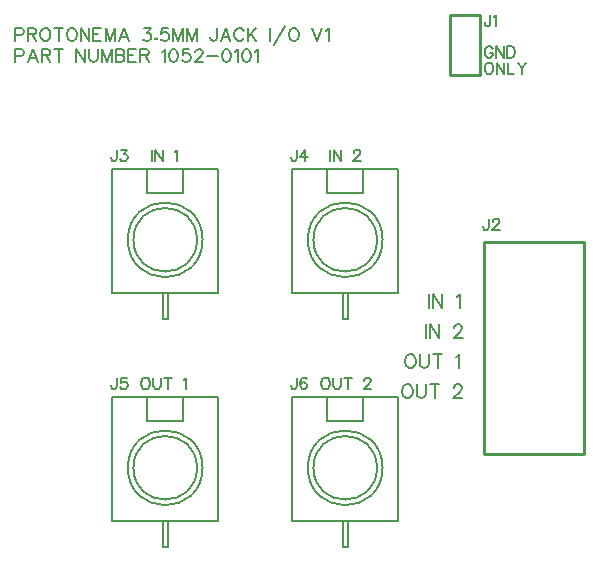
<source format=gto>
G04 Layer: TopSilkscreenLayer*
G04 EasyEDA v6.5.22, 2022-12-26 15:03:30*
G04 6014dfcd9050419b8b112a504ac27813,5a6b42c53f6a479593ecc07194224c93,10*
G04 Gerber Generator version 0.2*
G04 Scale: 100 percent, Rotated: No, Reflected: No *
G04 Dimensions in millimeters *
G04 leading zeros omitted , absolute positions ,4 integer and 5 decimal *
%FSLAX45Y45*%
%MOMM*%

%ADD10C,0.1524*%
%ADD11C,0.1270*%
%ADD12C,0.2540*%

%LPD*%
D10*
X762000Y5423915D02*
G01*
X762000Y5314950D01*
X762000Y5423915D02*
G01*
X808736Y5423915D01*
X824229Y5418836D01*
X829563Y5413502D01*
X834644Y5403087D01*
X834644Y5387594D01*
X829563Y5377179D01*
X824229Y5372100D01*
X808736Y5366765D01*
X762000Y5366765D01*
X910589Y5423915D02*
G01*
X868934Y5314950D01*
X910589Y5423915D02*
G01*
X952245Y5314950D01*
X884681Y5351271D02*
G01*
X936497Y5351271D01*
X986536Y5423915D02*
G01*
X986536Y5314950D01*
X986536Y5423915D02*
G01*
X1033271Y5423915D01*
X1048765Y5418836D01*
X1054100Y5413502D01*
X1059179Y5403087D01*
X1059179Y5392673D01*
X1054100Y5382260D01*
X1048765Y5377179D01*
X1033271Y5372100D01*
X986536Y5372100D01*
X1022857Y5372100D02*
G01*
X1059179Y5314950D01*
X1129792Y5423915D02*
G01*
X1129792Y5314950D01*
X1093470Y5423915D02*
G01*
X1166113Y5423915D01*
X1280413Y5423915D02*
G01*
X1280413Y5314950D01*
X1280413Y5423915D02*
G01*
X1353312Y5314950D01*
X1353312Y5423915D02*
G01*
X1353312Y5314950D01*
X1387602Y5423915D02*
G01*
X1387602Y5345937D01*
X1392681Y5330444D01*
X1403095Y5320029D01*
X1418589Y5314950D01*
X1429004Y5314950D01*
X1444752Y5320029D01*
X1455165Y5330444D01*
X1460245Y5345937D01*
X1460245Y5423915D01*
X1494536Y5423915D02*
G01*
X1494536Y5314950D01*
X1494536Y5423915D02*
G01*
X1536192Y5314950D01*
X1577594Y5423915D02*
G01*
X1536192Y5314950D01*
X1577594Y5423915D02*
G01*
X1577594Y5314950D01*
X1611884Y5423915D02*
G01*
X1611884Y5314950D01*
X1611884Y5423915D02*
G01*
X1658620Y5423915D01*
X1674368Y5418836D01*
X1679447Y5413502D01*
X1684781Y5403087D01*
X1684781Y5392673D01*
X1679447Y5382260D01*
X1674368Y5377179D01*
X1658620Y5372100D01*
X1611884Y5372100D02*
G01*
X1658620Y5372100D01*
X1674368Y5366765D01*
X1679447Y5361686D01*
X1684781Y5351271D01*
X1684781Y5335523D01*
X1679447Y5325110D01*
X1674368Y5320029D01*
X1658620Y5314950D01*
X1611884Y5314950D01*
X1719071Y5423915D02*
G01*
X1719071Y5314950D01*
X1719071Y5423915D02*
G01*
X1786636Y5423915D01*
X1719071Y5372100D02*
G01*
X1760473Y5372100D01*
X1719071Y5314950D02*
G01*
X1786636Y5314950D01*
X1820926Y5423915D02*
G01*
X1820926Y5314950D01*
X1820926Y5423915D02*
G01*
X1867662Y5423915D01*
X1883155Y5418836D01*
X1888489Y5413502D01*
X1893570Y5403087D01*
X1893570Y5392673D01*
X1888489Y5382260D01*
X1883155Y5377179D01*
X1867662Y5372100D01*
X1820926Y5372100D01*
X1857247Y5372100D02*
G01*
X1893570Y5314950D01*
X2007870Y5403087D02*
G01*
X2018284Y5408421D01*
X2033777Y5423915D01*
X2033777Y5314950D01*
X2099309Y5423915D02*
G01*
X2083815Y5418836D01*
X2073402Y5403087D01*
X2068068Y5377179D01*
X2068068Y5361686D01*
X2073402Y5335523D01*
X2083815Y5320029D01*
X2099309Y5314950D01*
X2109724Y5314950D01*
X2125218Y5320029D01*
X2135631Y5335523D01*
X2140965Y5361686D01*
X2140965Y5377179D01*
X2135631Y5403087D01*
X2125218Y5418836D01*
X2109724Y5423915D01*
X2099309Y5423915D01*
X2237486Y5423915D02*
G01*
X2185670Y5423915D01*
X2180336Y5377179D01*
X2185670Y5382260D01*
X2201163Y5387594D01*
X2216658Y5387594D01*
X2232406Y5382260D01*
X2242820Y5372100D01*
X2247900Y5356352D01*
X2247900Y5345937D01*
X2242820Y5330444D01*
X2232406Y5320029D01*
X2216658Y5314950D01*
X2201163Y5314950D01*
X2185670Y5320029D01*
X2180336Y5325110D01*
X2175256Y5335523D01*
X2287270Y5398007D02*
G01*
X2287270Y5403087D01*
X2292604Y5413502D01*
X2297684Y5418836D01*
X2308097Y5423915D01*
X2328925Y5423915D01*
X2339340Y5418836D01*
X2344420Y5413502D01*
X2349754Y5403087D01*
X2349754Y5392673D01*
X2344420Y5382260D01*
X2334259Y5366765D01*
X2282190Y5314950D01*
X2354834Y5314950D01*
X2389124Y5361686D02*
G01*
X2482850Y5361686D01*
X2548127Y5423915D02*
G01*
X2532634Y5418836D01*
X2522220Y5403087D01*
X2517140Y5377179D01*
X2517140Y5361686D01*
X2522220Y5335523D01*
X2532634Y5320029D01*
X2548127Y5314950D01*
X2558541Y5314950D01*
X2574290Y5320029D01*
X2584450Y5335523D01*
X2589784Y5361686D01*
X2589784Y5377179D01*
X2584450Y5403087D01*
X2574290Y5418836D01*
X2558541Y5423915D01*
X2548127Y5423915D01*
X2624074Y5403087D02*
G01*
X2634488Y5408421D01*
X2649981Y5423915D01*
X2649981Y5314950D01*
X2715513Y5423915D02*
G01*
X2700020Y5418836D01*
X2689606Y5403087D01*
X2684272Y5377179D01*
X2684272Y5361686D01*
X2689606Y5335523D01*
X2700020Y5320029D01*
X2715513Y5314950D01*
X2725927Y5314950D01*
X2741422Y5320029D01*
X2751836Y5335523D01*
X2757170Y5361686D01*
X2757170Y5377179D01*
X2751836Y5403087D01*
X2741422Y5418836D01*
X2725927Y5423915D01*
X2715513Y5423915D01*
X2791459Y5403087D02*
G01*
X2801620Y5408421D01*
X2817368Y5423915D01*
X2817368Y5314950D01*
X762000Y5601715D02*
G01*
X762000Y5492750D01*
X762000Y5601715D02*
G01*
X808736Y5601715D01*
X824229Y5596636D01*
X829563Y5591302D01*
X834644Y5580887D01*
X834644Y5565394D01*
X829563Y5554979D01*
X824229Y5549900D01*
X808736Y5544565D01*
X762000Y5544565D01*
X868934Y5601715D02*
G01*
X868934Y5492750D01*
X868934Y5601715D02*
G01*
X915670Y5601715D01*
X931418Y5596636D01*
X936497Y5591302D01*
X941831Y5580887D01*
X941831Y5570473D01*
X936497Y5560060D01*
X931418Y5554979D01*
X915670Y5549900D01*
X868934Y5549900D01*
X905510Y5549900D02*
G01*
X941831Y5492750D01*
X1007110Y5601715D02*
G01*
X996950Y5596636D01*
X986536Y5586221D01*
X981202Y5575807D01*
X976121Y5560060D01*
X976121Y5534152D01*
X981202Y5518657D01*
X986536Y5508244D01*
X996950Y5497829D01*
X1007110Y5492750D01*
X1027937Y5492750D01*
X1038352Y5497829D01*
X1048765Y5508244D01*
X1054100Y5518657D01*
X1059179Y5534152D01*
X1059179Y5560060D01*
X1054100Y5575807D01*
X1048765Y5586221D01*
X1038352Y5596636D01*
X1027937Y5601715D01*
X1007110Y5601715D01*
X1129792Y5601715D02*
G01*
X1129792Y5492750D01*
X1093470Y5601715D02*
G01*
X1166113Y5601715D01*
X1231645Y5601715D02*
G01*
X1221231Y5596636D01*
X1210818Y5586221D01*
X1205737Y5575807D01*
X1200404Y5560060D01*
X1200404Y5534152D01*
X1205737Y5518657D01*
X1210818Y5508244D01*
X1221231Y5497829D01*
X1231645Y5492750D01*
X1252473Y5492750D01*
X1262887Y5497829D01*
X1273302Y5508244D01*
X1278381Y5518657D01*
X1283715Y5534152D01*
X1283715Y5560060D01*
X1278381Y5575807D01*
X1273302Y5586221D01*
X1262887Y5596636D01*
X1252473Y5601715D01*
X1231645Y5601715D01*
X1318005Y5601715D02*
G01*
X1318005Y5492750D01*
X1318005Y5601715D02*
G01*
X1390650Y5492750D01*
X1390650Y5601715D02*
G01*
X1390650Y5492750D01*
X1424939Y5601715D02*
G01*
X1424939Y5492750D01*
X1424939Y5601715D02*
G01*
X1492504Y5601715D01*
X1424939Y5549900D02*
G01*
X1466595Y5549900D01*
X1424939Y5492750D02*
G01*
X1492504Y5492750D01*
X1526794Y5601715D02*
G01*
X1526794Y5492750D01*
X1526794Y5601715D02*
G01*
X1568450Y5492750D01*
X1609852Y5601715D02*
G01*
X1568450Y5492750D01*
X1609852Y5601715D02*
G01*
X1609852Y5492750D01*
X1685797Y5601715D02*
G01*
X1644142Y5492750D01*
X1685797Y5601715D02*
G01*
X1727200Y5492750D01*
X1659889Y5529071D02*
G01*
X1711705Y5529071D01*
X1851913Y5601715D02*
G01*
X1909063Y5601715D01*
X1878076Y5560060D01*
X1893570Y5560060D01*
X1903984Y5554979D01*
X1909063Y5549900D01*
X1914397Y5534152D01*
X1914397Y5523737D01*
X1909063Y5508244D01*
X1898650Y5497829D01*
X1883155Y5492750D01*
X1867662Y5492750D01*
X1851913Y5497829D01*
X1846834Y5502910D01*
X1841500Y5513323D01*
X1953768Y5518657D02*
G01*
X1948688Y5513323D01*
X1953768Y5508244D01*
X1959102Y5513323D01*
X1953768Y5518657D01*
X2055622Y5601715D02*
G01*
X2003806Y5601715D01*
X1998472Y5554979D01*
X2003806Y5560060D01*
X2019300Y5565394D01*
X2034793Y5565394D01*
X2050541Y5560060D01*
X2060956Y5549900D01*
X2066036Y5534152D01*
X2066036Y5523737D01*
X2060956Y5508244D01*
X2050541Y5497829D01*
X2034793Y5492750D01*
X2019300Y5492750D01*
X2003806Y5497829D01*
X1998472Y5502910D01*
X1993391Y5513323D01*
X2100325Y5601715D02*
G01*
X2100325Y5492750D01*
X2100325Y5601715D02*
G01*
X2141981Y5492750D01*
X2183384Y5601715D02*
G01*
X2141981Y5492750D01*
X2183384Y5601715D02*
G01*
X2183384Y5492750D01*
X2217674Y5601715D02*
G01*
X2217674Y5492750D01*
X2217674Y5601715D02*
G01*
X2259329Y5492750D01*
X2300986Y5601715D02*
G01*
X2259329Y5492750D01*
X2300986Y5601715D02*
G01*
X2300986Y5492750D01*
X2467102Y5601715D02*
G01*
X2467102Y5518657D01*
X2462022Y5502910D01*
X2456688Y5497829D01*
X2446274Y5492750D01*
X2435859Y5492750D01*
X2425700Y5497829D01*
X2420365Y5502910D01*
X2415286Y5518657D01*
X2415286Y5529071D01*
X2543047Y5601715D02*
G01*
X2501391Y5492750D01*
X2543047Y5601715D02*
G01*
X2584450Y5492750D01*
X2517140Y5529071D02*
G01*
X2568956Y5529071D01*
X2696718Y5575807D02*
G01*
X2691638Y5586221D01*
X2681224Y5596636D01*
X2670809Y5601715D01*
X2649981Y5601715D01*
X2639568Y5596636D01*
X2629154Y5586221D01*
X2624074Y5575807D01*
X2618740Y5560060D01*
X2618740Y5534152D01*
X2624074Y5518657D01*
X2629154Y5508244D01*
X2639568Y5497829D01*
X2649981Y5492750D01*
X2670809Y5492750D01*
X2681224Y5497829D01*
X2691638Y5508244D01*
X2696718Y5518657D01*
X2731008Y5601715D02*
G01*
X2731008Y5492750D01*
X2803906Y5601715D02*
G01*
X2731008Y5529071D01*
X2757170Y5554979D02*
G01*
X2803906Y5492750D01*
X2918206Y5601715D02*
G01*
X2918206Y5492750D01*
X3045968Y5622544D02*
G01*
X2952495Y5456173D01*
X3111500Y5601715D02*
G01*
X3101086Y5596636D01*
X3090672Y5586221D01*
X3085338Y5575807D01*
X3080258Y5560060D01*
X3080258Y5534152D01*
X3085338Y5518657D01*
X3090672Y5508244D01*
X3101086Y5497829D01*
X3111500Y5492750D01*
X3132074Y5492750D01*
X3142488Y5497829D01*
X3152902Y5508244D01*
X3158236Y5518657D01*
X3163315Y5534152D01*
X3163315Y5560060D01*
X3158236Y5575807D01*
X3152902Y5586221D01*
X3142488Y5596636D01*
X3132074Y5601715D01*
X3111500Y5601715D01*
X3277615Y5601715D02*
G01*
X3319272Y5492750D01*
X3360674Y5601715D02*
G01*
X3319272Y5492750D01*
X3394963Y5580887D02*
G01*
X3405377Y5586221D01*
X3421125Y5601715D01*
X3421125Y5492750D01*
X4096758Y2838952D02*
G01*
X4085836Y2833364D01*
X4074914Y2822442D01*
X4069326Y2811520D01*
X4063992Y2795264D01*
X4063992Y2768086D01*
X4069326Y2751576D01*
X4074914Y2740654D01*
X4085836Y2729732D01*
X4096758Y2724398D01*
X4118602Y2724398D01*
X4129524Y2729732D01*
X4140446Y2740654D01*
X4145780Y2751576D01*
X4151368Y2768086D01*
X4151368Y2795264D01*
X4145780Y2811520D01*
X4140446Y2822442D01*
X4129524Y2833364D01*
X4118602Y2838952D01*
X4096758Y2838952D01*
X4187182Y2838952D02*
G01*
X4187182Y2757164D01*
X4192770Y2740654D01*
X4203692Y2729732D01*
X4219948Y2724398D01*
X4230870Y2724398D01*
X4247380Y2729732D01*
X4258048Y2740654D01*
X4263636Y2757164D01*
X4263636Y2838952D01*
X4337804Y2838952D02*
G01*
X4337804Y2724398D01*
X4299704Y2838952D02*
G01*
X4375904Y2838952D01*
X4496046Y2817108D02*
G01*
X4506968Y2822442D01*
X4523224Y2838952D01*
X4523224Y2724398D01*
X4241792Y3092952D02*
G01*
X4241792Y2978398D01*
X4277860Y3092952D02*
G01*
X4277860Y2978398D01*
X4277860Y3092952D02*
G01*
X4354060Y2978398D01*
X4354060Y3092952D02*
G01*
X4354060Y2978398D01*
X4479536Y3065520D02*
G01*
X4479536Y3071108D01*
X4485124Y3082030D01*
X4490458Y3087364D01*
X4501380Y3092952D01*
X4523224Y3092952D01*
X4534146Y3087364D01*
X4539734Y3082030D01*
X4545068Y3071108D01*
X4545068Y3060186D01*
X4539734Y3049264D01*
X4528812Y3033008D01*
X4474202Y2978398D01*
X4550402Y2978398D01*
X4071358Y2584952D02*
G01*
X4060436Y2579364D01*
X4049514Y2568442D01*
X4043926Y2557520D01*
X4038592Y2541264D01*
X4038592Y2514086D01*
X4043926Y2497576D01*
X4049514Y2486654D01*
X4060436Y2475732D01*
X4071358Y2470398D01*
X4093202Y2470398D01*
X4104124Y2475732D01*
X4115046Y2486654D01*
X4120380Y2497576D01*
X4125968Y2514086D01*
X4125968Y2541264D01*
X4120380Y2557520D01*
X4115046Y2568442D01*
X4104124Y2579364D01*
X4093202Y2584952D01*
X4071358Y2584952D01*
X4161782Y2584952D02*
G01*
X4161782Y2503164D01*
X4167370Y2486654D01*
X4178292Y2475732D01*
X4194548Y2470398D01*
X4205470Y2470398D01*
X4221980Y2475732D01*
X4232648Y2486654D01*
X4238236Y2503164D01*
X4238236Y2584952D01*
X4312404Y2584952D02*
G01*
X4312404Y2470398D01*
X4274304Y2584952D02*
G01*
X4350504Y2584952D01*
X4475980Y2557520D02*
G01*
X4475980Y2563108D01*
X4481568Y2574030D01*
X4486902Y2579364D01*
X4497824Y2584952D01*
X4519668Y2584952D01*
X4530590Y2579364D01*
X4535924Y2574030D01*
X4541512Y2563108D01*
X4541512Y2552186D01*
X4535924Y2541264D01*
X4525256Y2525008D01*
X4470646Y2470398D01*
X4546846Y2470398D01*
X4267192Y3346950D02*
G01*
X4267192Y3232396D01*
X4303260Y3346950D02*
G01*
X4303260Y3232396D01*
X4303260Y3346950D02*
G01*
X4379460Y3232396D01*
X4379460Y3346950D02*
G01*
X4379460Y3232396D01*
X4499602Y3325106D02*
G01*
X4510524Y3330440D01*
X4526780Y3346950D01*
X4526780Y3232396D01*
X4769865Y3987037D02*
G01*
X4769865Y3914394D01*
X4765293Y3900678D01*
X4760722Y3896105D01*
X4751577Y3891534D01*
X4742688Y3891534D01*
X4733543Y3896105D01*
X4728972Y3900678D01*
X4724400Y3914394D01*
X4724400Y3923537D01*
X4804409Y3964431D02*
G01*
X4804409Y3969004D01*
X4808981Y3977894D01*
X4813554Y3982465D01*
X4822697Y3987037D01*
X4840731Y3987037D01*
X4849875Y3982465D01*
X4854447Y3977894D01*
X4859020Y3969004D01*
X4859020Y3959860D01*
X4854447Y3950715D01*
X4845304Y3937000D01*
X4799838Y3891534D01*
X4863591Y3891534D01*
X4782565Y5714237D02*
G01*
X4782565Y5641594D01*
X4777993Y5627878D01*
X4773422Y5623305D01*
X4764277Y5618734D01*
X4755388Y5618734D01*
X4746243Y5623305D01*
X4741672Y5627878D01*
X4737100Y5641594D01*
X4737100Y5650737D01*
X4812538Y5696204D02*
G01*
X4821681Y5700776D01*
X4835397Y5714237D01*
X4835397Y5618734D01*
X4805172Y5424931D02*
G01*
X4800854Y5434076D01*
X4791709Y5442965D01*
X4782565Y5447537D01*
X4764277Y5447537D01*
X4755388Y5442965D01*
X4746243Y5434076D01*
X4741672Y5424931D01*
X4737100Y5411215D01*
X4737100Y5388610D01*
X4741672Y5374894D01*
X4746243Y5365750D01*
X4755388Y5356605D01*
X4764277Y5352034D01*
X4782565Y5352034D01*
X4791709Y5356605D01*
X4800854Y5365750D01*
X4805172Y5374894D01*
X4805172Y5388610D01*
X4782565Y5388610D02*
G01*
X4805172Y5388610D01*
X4835397Y5447537D02*
G01*
X4835397Y5352034D01*
X4835397Y5447537D02*
G01*
X4898897Y5352034D01*
X4898897Y5447537D02*
G01*
X4898897Y5352034D01*
X4928870Y5447537D02*
G01*
X4928870Y5352034D01*
X4928870Y5447537D02*
G01*
X4960620Y5447537D01*
X4974336Y5442965D01*
X4983479Y5434076D01*
X4988052Y5424931D01*
X4992624Y5411215D01*
X4992624Y5388610D01*
X4988052Y5374894D01*
X4983479Y5365750D01*
X4974336Y5356605D01*
X4960620Y5352034D01*
X4928870Y5352034D01*
X4764277Y5307837D02*
G01*
X4755388Y5303265D01*
X4746243Y5294376D01*
X4741672Y5285231D01*
X4737100Y5271515D01*
X4737100Y5248910D01*
X4741672Y5235194D01*
X4746243Y5226050D01*
X4755388Y5216905D01*
X4764277Y5212334D01*
X4782565Y5212334D01*
X4791709Y5216905D01*
X4800854Y5226050D01*
X4805172Y5235194D01*
X4809743Y5248910D01*
X4809743Y5271515D01*
X4805172Y5285231D01*
X4800854Y5294376D01*
X4791709Y5303265D01*
X4782565Y5307837D01*
X4764277Y5307837D01*
X4839715Y5307837D02*
G01*
X4839715Y5212334D01*
X4839715Y5307837D02*
G01*
X4903470Y5212334D01*
X4903470Y5307837D02*
G01*
X4903470Y5212334D01*
X4933441Y5307837D02*
G01*
X4933441Y5212334D01*
X4933441Y5212334D02*
G01*
X4988052Y5212334D01*
X5018024Y5307837D02*
G01*
X5054345Y5262371D01*
X5054345Y5212334D01*
X5090668Y5307837D02*
G01*
X5054345Y5262371D01*
X1917700Y4571237D02*
G01*
X1917700Y4475734D01*
X1947672Y4571237D02*
G01*
X1947672Y4475734D01*
X1947672Y4571237D02*
G01*
X2011425Y4475734D01*
X2011425Y4571237D02*
G01*
X2011425Y4475734D01*
X2111247Y4553204D02*
G01*
X2120391Y4557776D01*
X2134108Y4571237D01*
X2134108Y4475734D01*
X3428992Y4571227D02*
G01*
X3428992Y4475723D01*
X3458964Y4571227D02*
G01*
X3458964Y4475723D01*
X3458964Y4571227D02*
G01*
X3522718Y4475723D01*
X3522718Y4571227D02*
G01*
X3522718Y4475723D01*
X3627112Y4548621D02*
G01*
X3627112Y4553193D01*
X3631684Y4562083D01*
X3636256Y4566655D01*
X3645400Y4571227D01*
X3663434Y4571227D01*
X3672578Y4566655D01*
X3677150Y4562083D01*
X3681722Y4553193D01*
X3681722Y4544049D01*
X3677150Y4534905D01*
X3668006Y4521189D01*
X3622540Y4475723D01*
X3686294Y4475723D01*
X1855975Y2640832D02*
G01*
X1847085Y2636260D01*
X1837941Y2627370D01*
X1833369Y2618226D01*
X1828797Y2604510D01*
X1828797Y2581904D01*
X1833369Y2568188D01*
X1837941Y2559044D01*
X1847085Y2549900D01*
X1855975Y2545328D01*
X1874263Y2545328D01*
X1883407Y2549900D01*
X1892551Y2559044D01*
X1896869Y2568188D01*
X1901441Y2581904D01*
X1901441Y2604510D01*
X1896869Y2618226D01*
X1892551Y2627370D01*
X1883407Y2636260D01*
X1874263Y2640832D01*
X1855975Y2640832D01*
X1931413Y2640832D02*
G01*
X1931413Y2572760D01*
X1935985Y2559044D01*
X1945129Y2549900D01*
X1958845Y2545328D01*
X1967989Y2545328D01*
X1981451Y2549900D01*
X1990595Y2559044D01*
X1995167Y2572760D01*
X1995167Y2640832D01*
X2056889Y2640832D02*
G01*
X2056889Y2545328D01*
X2025139Y2640832D02*
G01*
X2088893Y2640832D01*
X2188715Y2622798D02*
G01*
X2197859Y2627370D01*
X2211575Y2640832D01*
X2211575Y2545328D01*
X3379970Y2640832D02*
G01*
X3371080Y2636260D01*
X3361936Y2627370D01*
X3357364Y2618226D01*
X3352792Y2604510D01*
X3352792Y2581904D01*
X3357364Y2568188D01*
X3361936Y2559044D01*
X3371080Y2549900D01*
X3379970Y2545328D01*
X3398258Y2545328D01*
X3407402Y2549900D01*
X3416546Y2559044D01*
X3420864Y2568188D01*
X3425436Y2581904D01*
X3425436Y2604510D01*
X3420864Y2618226D01*
X3416546Y2627370D01*
X3407402Y2636260D01*
X3398258Y2640832D01*
X3379970Y2640832D01*
X3455408Y2640832D02*
G01*
X3455408Y2572760D01*
X3459980Y2559044D01*
X3469124Y2549900D01*
X3482840Y2545328D01*
X3491984Y2545328D01*
X3505446Y2549900D01*
X3514590Y2559044D01*
X3519162Y2572760D01*
X3519162Y2640832D01*
X3580884Y2640832D02*
G01*
X3580884Y2545328D01*
X3549134Y2640832D02*
G01*
X3612888Y2640832D01*
X3717282Y2618226D02*
G01*
X3717282Y2622798D01*
X3721854Y2631688D01*
X3726426Y2636260D01*
X3735570Y2640832D01*
X3753604Y2640832D01*
X3762748Y2636260D01*
X3767320Y2631688D01*
X3771892Y2622798D01*
X3771892Y2613654D01*
X3767320Y2604510D01*
X3758176Y2590794D01*
X3712710Y2545328D01*
X3776464Y2545328D01*
X1620265Y4571237D02*
G01*
X1620265Y4498594D01*
X1615694Y4484878D01*
X1611121Y4480305D01*
X1601978Y4475734D01*
X1593087Y4475734D01*
X1583944Y4480305D01*
X1579371Y4484878D01*
X1574800Y4498594D01*
X1574800Y4507737D01*
X1659381Y4571237D02*
G01*
X1709420Y4571237D01*
X1681987Y4534915D01*
X1695704Y4534915D01*
X1704847Y4530344D01*
X1709420Y4525771D01*
X1713992Y4512310D01*
X1713992Y4503165D01*
X1709420Y4489450D01*
X1700276Y4480305D01*
X1686560Y4475734D01*
X1673097Y4475734D01*
X1659381Y4480305D01*
X1654810Y4484878D01*
X1650237Y4494021D01*
X3144265Y4571237D02*
G01*
X3144265Y4498594D01*
X3139693Y4484878D01*
X3135122Y4480305D01*
X3125977Y4475734D01*
X3117088Y4475734D01*
X3107943Y4480305D01*
X3103372Y4484878D01*
X3098800Y4498594D01*
X3098800Y4507737D01*
X3219704Y4571237D02*
G01*
X3174238Y4507737D01*
X3242309Y4507737D01*
X3219704Y4571237D02*
G01*
X3219704Y4475734D01*
X1620265Y2640837D02*
G01*
X1620265Y2568194D01*
X1615694Y2554478D01*
X1611121Y2549905D01*
X1601978Y2545334D01*
X1593087Y2545334D01*
X1583944Y2549905D01*
X1579371Y2554478D01*
X1574800Y2568194D01*
X1574800Y2577337D01*
X1704847Y2640837D02*
G01*
X1659381Y2640837D01*
X1654810Y2599944D01*
X1659381Y2604515D01*
X1673097Y2609087D01*
X1686560Y2609087D01*
X1700276Y2604515D01*
X1709420Y2595371D01*
X1713992Y2581910D01*
X1713992Y2572765D01*
X1709420Y2559050D01*
X1700276Y2549905D01*
X1686560Y2545334D01*
X1673097Y2545334D01*
X1659381Y2549905D01*
X1654810Y2554478D01*
X1650237Y2563621D01*
X3144265Y2640837D02*
G01*
X3144265Y2568194D01*
X3139693Y2554478D01*
X3135122Y2549905D01*
X3125977Y2545334D01*
X3117088Y2545334D01*
X3107943Y2549905D01*
X3103372Y2554478D01*
X3098800Y2568194D01*
X3098800Y2577337D01*
X3228847Y2627376D02*
G01*
X3224275Y2636265D01*
X3210559Y2640837D01*
X3201415Y2640837D01*
X3187954Y2636265D01*
X3178809Y2622804D01*
X3174238Y2599944D01*
X3174238Y2577337D01*
X3178809Y2559050D01*
X3187954Y2549905D01*
X3201415Y2545334D01*
X3205988Y2545334D01*
X3219704Y2549905D01*
X3228847Y2559050D01*
X3233420Y2572765D01*
X3233420Y2577337D01*
X3228847Y2590800D01*
X3219704Y2599944D01*
X3205988Y2604515D01*
X3201415Y2604515D01*
X3187954Y2599944D01*
X3178809Y2590800D01*
X3174238Y2577337D01*
D11*
X2481981Y4409988D02*
G01*
X2481981Y3360003D01*
X2051984Y3360003D01*
X1582011Y3360003D01*
X1582011Y4409988D01*
X1881982Y4409988D01*
X2182009Y4409988D01*
X2481981Y4409988D01*
X1881982Y4409988D02*
G01*
X1881982Y4209989D01*
X2182009Y4209989D01*
X2182009Y4409988D01*
X2012007Y3349995D02*
G01*
X2012007Y3139988D01*
X2051984Y3139988D01*
X2051984Y3360003D01*
X4005978Y4409991D02*
G01*
X4005978Y3360005D01*
X3575982Y3360005D01*
X3106005Y3360005D01*
X3106005Y4409991D01*
X3405979Y4409991D01*
X3706004Y4409991D01*
X4005978Y4409991D01*
X3405979Y4409991D02*
G01*
X3405979Y4209991D01*
X3706004Y4209991D01*
X3706004Y4409991D01*
X3536002Y3349998D02*
G01*
X3536002Y3139991D01*
X3575982Y3139991D01*
X3575982Y3360005D01*
X2481981Y2479596D02*
G01*
X2481981Y1429611D01*
X2051984Y1429611D01*
X1582008Y1429611D01*
X1582008Y2479596D01*
X1881982Y2479596D01*
X2182007Y2479596D01*
X2481981Y2479596D01*
X1881982Y2479596D02*
G01*
X1881982Y2279596D01*
X2182007Y2279596D01*
X2182007Y2479596D01*
X2012005Y1419603D02*
G01*
X2012005Y1209596D01*
X2051984Y1209596D01*
X2051984Y1429611D01*
X4005978Y2479593D02*
G01*
X4005978Y1429608D01*
X3575982Y1429608D01*
X3106005Y1429608D01*
X3106005Y2479593D01*
X3405979Y2479593D01*
X3706004Y2479593D01*
X4005978Y2479593D01*
X3405979Y2479593D02*
G01*
X3405979Y2279594D01*
X3706004Y2279594D01*
X3706004Y2479593D01*
X3536002Y1419600D02*
G01*
X3536002Y1209593D01*
X3575982Y1209593D01*
X3575982Y1429608D01*
G75*
G01*
X2348227Y3809990D02*
G03*
X2348227Y3809228I-316229J-381D01*
G75*
G01*
X2301060Y3809990D02*
G03*
X2301060Y3809329I-269062J-330D01*
G75*
G01*
X3872222Y3809992D02*
G03*
X3872222Y3809230I-316229J-381D01*
G75*
G01*
X3825055Y3809992D02*
G03*
X3825055Y3809332I-269062J-330D01*
G75*
G01*
X2348225Y1879597D02*
G03*
X2348225Y1878835I-316230J-381D01*
G75*
G01*
X2301057Y1879597D02*
G03*
X2301057Y1878937I-269062J-330D01*
G75*
G01*
X3872222Y1879595D02*
G03*
X3872222Y1878833I-316229J-381D01*
G75*
G01*
X3825055Y1879595D02*
G03*
X3825055Y1878935I-269062J-330D01*
D12*
X4445000Y5715000D02*
G01*
X4699000Y5715000D01*
X4699000Y5207000D01*
X4445000Y5207000D01*
X4445000Y5715000D01*
X4731207Y3794887D02*
G01*
X5581218Y3794887D01*
X5581218Y1994890D01*
X4731207Y1994890D01*
X4731207Y3794887D01*
M02*

</source>
